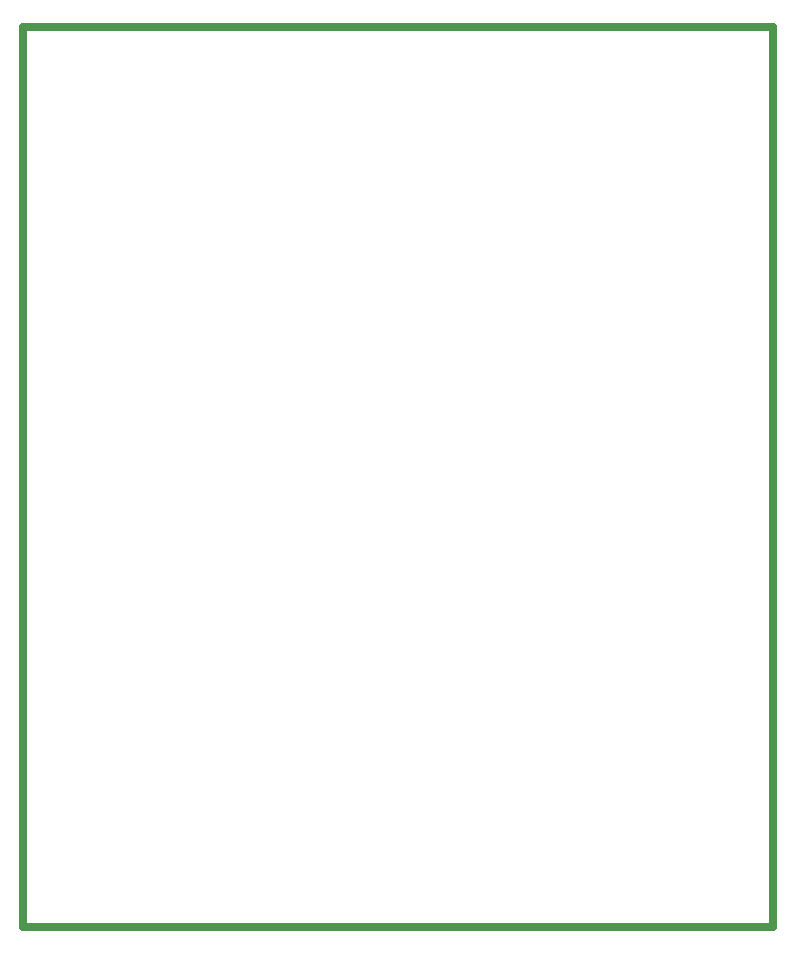
<source format=gbr>
G04 start of page 4 for group 6 idx 6 *
G04 Title: (unknown), outline *
G04 Creator: pcb 20140316 *
G04 CreationDate: Wed 25 Jul 2018 01:27:56 PM GMT UTC *
G04 For: thomasc *
G04 Format: Gerber/RS-274X *
G04 PCB-Dimensions (mil): 2500.00 3000.00 *
G04 PCB-Coordinate-Origin: lower left *
%MOIN*%
%FSLAX25Y25*%
%LNOUTLINE*%
%ADD28C,0.0250*%
G54D28*X0Y300000D02*X250000D01*
Y0D01*
X0D01*
Y300000D01*
M02*

</source>
